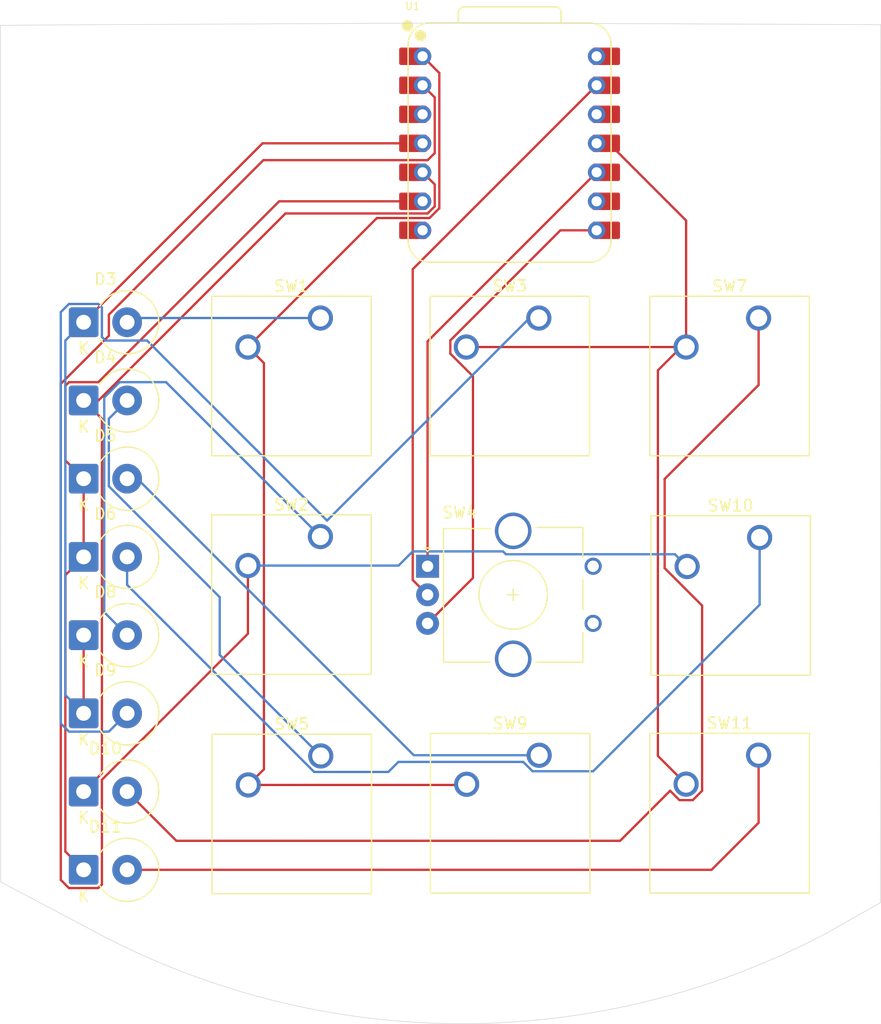
<source format=kicad_pcb>
(kicad_pcb (version 20241229) (generator "pcbnew") (generator_version "9.0")
  (layers (0 "F.Cu" signal) (2 "B.Cu" signal) (13 "F.Paste" user) (15 "B.Paste" user) (5 "F.SilkS" user "F.Silkscreen") (7 "B.SilkS" user "B.Silkscreen") (1 "F.Mask" user) (3 "B.Mask" user) (25 "Edge.Cuts" user))
  (net 0 "")
  (net 1 "row2")
  (net 2 "GND")
  (net 3 "Net-(D3-A)")
  (net 4 "+5V")
  (net 5 "row1")
  (net 6 "Net-(U1-GPIO1{slash}RX)")
  (net 7 "Net-(D4-A)")
  (net 8 "Net-(U1-GPIO4{slash}MISO)")
  (net 9 "row0")
  (net 10 "Net-(D5-A)")
  (net 11 "Net-(D6-A)")
  (net 12 "Net-(D8-A)")
  (net 13 "Net-(D9-A)")
  (net 15 "Net-(D10-A)")
  (net 17 "Net-(D11-A)")
  (net 18 "col0")
  (net 19 "col1")
  (net 20 "col2")
  (footprint "Diode_THT:D_DO-201AE_P3.81mm_Vertical_KathodeUp" (layer "F.Cu") (at 142.37 82.41)
    (property "Reference" "D8" (at 1.905 -3.77 0) (layer "F.SilkS"))
    (property "Value" "D")
    (fp_arc (start 1.43166 -1.42) (mid 6.58 0) (end 1.43166 1.42) (stroke (width 0.12)) (layer "F.SilkS"))
    (fp_text user "K" (at 0 2.3 0) (layer "F.SilkS"))
    (pad "1" thru_hole roundrect (at 0 0) (size 2.6 2.6) (drill 1.3) (layers "*.Cu" "*.Mask") (roundrect_rratio 0.096154) (net 1 "row2"))
    (pad "2" thru_hole circle (at 3.81 0) (size 2.6 2.6) (drill 1.3) (layers "*.Cu" "*.Mask") (net 12 "Net-(D8-A)"))
  )
  (footprint "Diode_THT:D_DO-201AE_P3.81mm_Vertical_KathodeUp" (layer "F.Cu") (at 142.37 61.86)
    (property "Reference" "D4" (at 1.905 -3.77 0) (layer "F.SilkS"))
    (property "Value" "D")
    (fp_arc (start 1.43166 -1.42) (mid 6.58 0) (end 1.43166 1.42) (stroke (width 0.12)) (layer "F.SilkS"))
    (fp_text user "K" (at 0 2.3 0) (layer "F.SilkS"))
    (pad "1" thru_hole roundrect (at 0 0) (size 2.6 2.6) (drill 1.3) (layers "*.Cu" "*.Mask") (roundrect_rratio 0.096154) (net 5 "row1"))
    (pad "2" thru_hole circle (at 3.81 0) (size 2.6 2.6) (drill 1.3) (layers "*.Cu" "*.Mask") (net 7 "Net-(D4-A)"))
  )
  (footprint "Button_Switch_Keyboard:SW_Cherry_MX_1.00u_PCB" (layer "F.Cu") (at 201.49 54.64)
    (property "Reference" "SW7" (at -2.54 -2.794 0) (layer "F.SilkS"))
    (property "Value" "SW_Push")
    (fp_line (start -9.525 -1.905) (end 4.445 -1.905) (stroke (width 0.12)) (layer "F.SilkS"))
    (fp_line (start -9.525 12.065) (end -9.525 -1.905) (stroke (width 0.12)) (layer "F.SilkS"))
    (fp_line (start 4.445 -1.905) (end 4.445 12.065) (stroke (width 0.12)) (layer "F.SilkS"))
    (fp_line (start 4.445 12.065) (end -9.525 12.065) (stroke (width 0.12)) (layer "F.SilkS"))
    (pad "" np_thru_hole circle (at -7.62 5.08) (size 1.7 1.7) (drill 1.7) (layers "*.Cu" "*.Mask"))
    (pad "" np_thru_hole circle (at -2.54 5.08) (size 4 4) (drill 4) (layers "*.Cu" "*.Mask"))
    (pad "" np_thru_hole circle (at 2.54 5.08) (size 1.7 1.7) (drill 1.7) (layers "*.Cu" "*.Mask"))
    (pad "1" thru_hole circle (at 0 0) (size 2.2 2.2) (drill 1.5) (layers "*.Cu" "*.Mask") (net 15 "Net-(D10-A)"))
    (pad "2" thru_hole circle (at -6.35 2.54) (size 2.2 2.2) (drill 1.5) (layers "*.Cu" "*.Mask") (net 20 "col2"))
  )
  (footprint "Seeed Studio XIAO Series Library:XIAO-RP2040-DIP" (layer "F.Cu") (at 179.68 39.34)
    (property "Reference" "U1" (at -8.5 -12 0) (layer "F.SilkS") (effects (font (size 0.635 0.635) (thickness 0.1016))))
    (property "Value" "XIAO-RP2040-DIP")
    (fp_line (start -8.89 8.509) (end -8.89 -8.636) (stroke (width 0.127)) (layer "F.SilkS"))
    (fp_line (start -6.985 10.414) (end 6.985 10.414) (stroke (width 0.127)) (layer "F.SilkS"))
    (fp_line (start -4.495 -10.541) (end -4.491272 -11.451272) (stroke (width 0.127)) (layer "F.SilkS"))
    (fp_line (start -3.991272 -11.951) (end 4.004 -11.951) (stroke (width 0.127)) (layer "F.SilkS"))
    (fp_line (start 4.504 -11.451) (end 4.504 -10.541) (stroke (width 0.127)) (layer "F.SilkS"))
    (fp_line (start 6.985 -10.541) (end -6.985 -10.541) (stroke (width 0.1)) (layer "F.SilkS"))
    (fp_line (start 6.985 -10.541) (end -6.985 -10.541) (stroke (width 0.127)) (layer "F.SilkS"))
    (fp_line (start 8.89 8.509) (end 8.89 -8.636) (stroke (width 0.127)) (layer "F.SilkS"))
    (fp_arc (start -8.89 -8.636) (mid -8.332038 -9.983038) (end -6.985 -10.541) (stroke (width 0.127)) (layer "F.SilkS"))
    (fp_arc (start -6.985 10.414) (mid -8.332038 9.856038) (end -8.89 8.509) (stroke (width 0.127)) (layer "F.SilkS"))
    (fp_arc (start -4.491272 -11.451272) (mid -4.344728 -11.80464) (end -3.991272 -11.951) (stroke (width 0.127)) (layer "F.SilkS"))
    (fp_arc (start 4.004 -11.951) (mid 4.357553 -11.804553) (end 4.504 -11.451) (stroke (width 0.127)) (layer "F.SilkS"))
    (fp_arc (start 6.985 -10.541) (mid 8.332038 -9.983038) (end 8.89 -8.636) (stroke (width 0.127)) (layer "F.SilkS"))
    (fp_arc (start 8.89 8.509) (mid 8.332038 9.856038) (end 6.985 10.414) (stroke (width 0.127)) (layer "F.SilkS"))
    (fp_circle (center -8.95 -10.3) (end -8.95 -10.554) (stroke (width 0.5)) (fill yes) (layer "F.SilkS"))
    (fp_circle (center -7.807 -9.42) (end -7.807 -9.674) (stroke (width 0.5)) (fill yes) (layer "F.SilkS"))
    (pad "1" smd roundrect (at -8.455 -7.62 180) (size 2.432 1.524) (layers "F.Cu" "F.Mask") (roundrect_rratio 0.1) (net 18 "col0"))
    (pad "1" thru_hole circle (at -7.62 -7.62 180) (size 1.524 1.524) (drill 0.889) (layers "*.Cu" "*.Mask") (net 18 "col0"))
    (pad "2" smd roundrect (at -8.455 -5.08 180) (size 2.432 1.524) (layers "F.Cu" "F.Mask") (roundrect_rratio 0.1) (net 19 "col1"))
    (pad "2" thru_hole circle (at -7.62 -5.08 180) (size 1.524 1.524) (drill 0.889) (layers "*.Cu" "*.Mask") (net 19 "col1"))
    (pad "3" smd roundrect (at -8.455 -2.54 180) (size 2.432 1.524) (layers "F.Cu" "F.Mask") (roundrect_rratio 0.1))
    (pad "3" thru_hole circle (at -7.62 -2.54 180) (size 1.524 1.524) (drill 0.889) (layers "*.Cu" "*.Mask"))
    (pad "4" smd roundrect (at -8.455 0 180) (size 2.432 1.524) (layers "F.Cu" "F.Mask") (roundrect_rratio 0.1) (net 1 "row2"))
    (pad "4" thru_hole circle (at -7.62 0 180) (size 1.524 1.524) (drill 0.889) (layers "*.Cu" "*.Mask") (net 1 "row2"))
    (pad "5" smd roundrect (at -8.455 2.54 180) (size 2.432 1.524) (layers "F.Cu" "F.Mask") (roundrect_rratio 0.1) (net 5 "row1"))
    (pad "5" thru_hole circle (at -7.62 2.54 180) (size 1.524 1.524) (drill 0.889) (layers "*.Cu" "*.Mask") (net 5 "row1"))
    (pad "6" smd roundrect (at -8.455 5.08 180) (size 2.432 1.524) (layers "F.Cu" "F.Mask") (roundrect_rratio 0.1) (net 9 "row0"))
    (pad "6" thru_hole circle (at -7.62 5.08 180) (size 1.524 1.524) (drill 0.889) (layers "*.Cu" "*.Mask") (net 9 "row0"))
    (pad "7" smd roundrect (at -8.455 7.62 180) (size 2.432 1.524) (layers "F.Cu" "F.Mask") (roundrect_rratio 0.1))
    (pad "7" thru_hole circle (at -7.62 7.62 180) (size 1.524 1.524) (drill 0.889) (layers "*.Cu" "*.Mask"))
    (pad "8" thru_hole circle (at 7.62 7.62) (size 1.524 1.524) (drill 0.889) (layers "*.Cu" "*.Mask") (net 6 "Net-(U1-GPIO1{slash}RX)"))
    (pad "8" smd roundrect (at 8.455 7.62) (size 2.432 1.524) (layers "F.Cu" "F.Mask") (roundrect_rratio 0.1) (net 6 "Net-(U1-GPIO1{slash}RX)"))
    (pad "9" thru_hole circle (at 7.62 5.08) (size 1.524 1.524) (drill 0.889) (layers "*.Cu" "*.Mask"))
    (pad "9" smd roundrect (at 8.455 5.08) (size 2.432 1.524) (layers "F.Cu" "F.Mask") (roundrect_rratio 0.1))
    (pad "10" thru_hole circle (at 7.62 2.54) (size 1.524 1.524) (drill 0.889) (layers "*.Cu" "*.Mask") (net 8 "Net-(U1-GPIO4{slash}MISO)"))
    (pad "10" smd roundrect (at 8.455 2.54) (size 2.432 1.524) (layers "F.Cu" "F.Mask") (roundrect_rratio 0.1) (net 8 "Net-(U1-GPIO4{slash}MISO)"))
    (pad "11" thru_hole circle (at 7.62 0) (size 1.524 1.524) (drill 0.889) (layers "*.Cu" "*.Mask") (net 20 "col2"))
    (pad "11" smd roundrect (at 8.455 0) (size 2.432 1.524) (layers "F.Cu" "F.Mask") (roundrect_rratio 0.1) (net 20 "col2"))
    (pad "12" thru_hole circle (at 7.62 -2.54) (size 1.524 1.524) (drill 0.889) (layers "*.Cu" "*.Mask"))
    (pad "12" smd roundrect (at 8.455 -2.54) (size 2.432 1.524) (layers "F.Cu" "F.Mask") (roundrect_rratio 0.1))
    (pad "13" thru_hole circle (at 7.62 -5.08) (size 1.524 1.524) (drill 0.889) (layers "*.Cu" "*.Mask") (net 2 "GND"))
    (pad "13" smd roundrect (at 8.455 -5.08) (size 2.432 1.524) (layers "F.Cu" "F.Mask") (roundrect_rratio 0.1) (net 2 "GND"))
    (pad "14" thru_hole circle (at 7.62 -7.62) (size 1.524 1.524) (drill 0.889) (layers "*.Cu" "*.Mask") (net 4 "+5V"))
    (pad "14" smd roundrect (at 8.455 -7.62) (size 2.432 1.524) (layers "F.Cu" "F.Mask") (roundrect_rratio 0.1) (net 4 "+5V"))
  )
  (footprint "Button_Switch_Keyboard:SW_Cherry_MX_1.00u_PCB" (layer "F.Cu") (at 163.11 73.78)
    (property "Reference" "SW2" (at -2.54 -2.794 0) (layer "F.SilkS"))
    (property "Value" "SW_Push")
    (fp_line (start -9.525 -1.905) (end 4.445 -1.905) (stroke (width 0.12)) (layer "F.SilkS"))
    (fp_line (start -9.525 12.065) (end -9.525 -1.905) (stroke (width 0.12)) (layer "F.SilkS"))
    (fp_line (start 4.445 -1.905) (end 4.445 12.065) (stroke (width 0.12)) (layer "F.SilkS"))
    (fp_line (start 4.445 12.065) (end -9.525 12.065) (stroke (width 0.12)) (layer "F.SilkS"))
    (pad "" np_thru_hole circle (at -7.62 5.08) (size 1.7 1.7) (drill 1.7) (layers "*.Cu" "*.Mask"))
    (pad "" np_thru_hole circle (at -2.54 5.08) (size 4 4) (drill 4) (layers "*.Cu" "*.Mask"))
    (pad "" np_thru_hole circle (at 2.54 5.08) (size 1.7 1.7) (drill 1.7) (layers "*.Cu" "*.Mask"))
    (pad "1" thru_hole circle (at 0 0) (size 2.2 2.2) (drill 1.5) (layers "*.Cu" "*.Mask") (net 12 "Net-(D8-A)"))
    (pad "2" thru_hole circle (at -6.35 2.54) (size 2.2 2.2) (drill 1.5) (layers "*.Cu" "*.Mask") (net 19 "col1"))
  )
  (footprint "Diode_THT:D_DO-201AE_P3.81mm_Vertical_KathodeUp" (layer "F.Cu") (at 142.37 102.96)
    (property "Reference" "D11" (at 1.905 -3.77 0) (layer "F.SilkS"))
    (property "Value" "D")
    (fp_arc (start 1.43166 -1.42) (mid 6.58 0) (end 1.43166 1.42) (stroke (width 0.12)) (layer "F.SilkS"))
    (fp_text user "K" (at 0 2.3 0) (layer "F.SilkS"))
    (pad "1" thru_hole roundrect (at 0 0) (size 2.6 2.6) (drill 1.3) (layers "*.Cu" "*.Mask") (roundrect_rratio 0.096154) (net 9 "row0"))
    (pad "2" thru_hole circle (at 3.81 0) (size 2.6 2.6) (drill 1.3) (layers "*.Cu" "*.Mask") (net 17 "Net-(D11-A)"))
  )
  (footprint "Button_Switch_Keyboard:SW_Cherry_MX_1.00u_PCB" (layer "F.Cu") (at 201.58 73.86)
    (property "Reference" "SW10" (at -2.54 -2.794 0) (layer "F.SilkS"))
    (property "Value" "SW_Push")
    (fp_line (start -9.525 -1.905) (end 4.445 -1.905) (stroke (width 0.12)) (layer "F.SilkS"))
    (fp_line (start -9.525 12.065) (end -9.525 -1.905) (stroke (width 0.12)) (layer "F.SilkS"))
    (fp_line (start 4.445 -1.905) (end 4.445 12.065) (stroke (width 0.12)) (layer "F.SilkS"))
    (fp_line (start 4.445 12.065) (end -9.525 12.065) (stroke (width 0.12)) (layer "F.SilkS"))
    (pad "" np_thru_hole circle (at -7.62 5.08) (size 1.7 1.7) (drill 1.7) (layers "*.Cu" "*.Mask"))
    (pad "" np_thru_hole circle (at -2.54 5.08) (size 4 4) (drill 4) (layers "*.Cu" "*.Mask"))
    (pad "" np_thru_hole circle (at 2.54 5.08) (size 1.7 1.7) (drill 1.7) (layers "*.Cu" "*.Mask"))
    (pad "1" thru_hole circle (at 0 0) (size 2.2 2.2) (drill 1.5) (layers "*.Cu" "*.Mask") (net 11 "Net-(D6-A)"))
    (pad "2" thru_hole circle (at -6.35 2.54) (size 2.2 2.2) (drill 1.5) (layers "*.Cu" "*.Mask") (net 19 "col1"))
  )
  (footprint "Diode_THT:D_DO-201AE_P3.81mm_Vertical_KathodeUp" (layer "F.Cu") (at 142.37 75.56)
    (property "Reference" "D6" (at 1.905 -3.77 0) (layer "F.SilkS"))
    (property "Value" "D")
    (fp_arc (start 1.43166 -1.42) (mid 6.58 0) (end 1.43166 1.42) (stroke (width 0.12)) (layer "F.SilkS"))
    (fp_text user "K" (at 0 2.3 0) (layer "F.SilkS"))
    (pad "1" thru_hole roundrect (at 0 0) (size 2.6 2.6) (drill 1.3) (layers "*.Cu" "*.Mask") (roundrect_rratio 0.096154) (net 9 "row0"))
    (pad "2" thru_hole circle (at 3.81 0) (size 2.6 2.6) (drill 1.3) (layers "*.Cu" "*.Mask") (net 11 "Net-(D6-A)"))
  )
  (footprint "Diode_THT:D_DO-201AE_P3.81mm_Vertical_KathodeUp" (layer "F.Cu") (at 142.37 68.71)
    (property "Reference" "D5" (at 1.905 -3.77 0) (layer "F.SilkS"))
    (property "Value" "D")
    (fp_arc (start 1.43166 -1.42) (mid 6.58 0) (end 1.43166 1.42) (stroke (width 0.12)) (layer "F.SilkS"))
    (fp_text user "K" (at 0 2.3 0) (layer "F.SilkS"))
    (pad "1" thru_hole roundrect (at 0 0) (size 2.6 2.6) (drill 1.3) (layers "*.Cu" "*.Mask") (roundrect_rratio 0.096154) (net 9 "row0"))
    (pad "2" thru_hole circle (at 3.81 0) (size 2.6 2.6) (drill 1.3) (layers "*.Cu" "*.Mask") (net 10 "Net-(D5-A)"))
  )
  (footprint "Diode_THT:D_DO-201AE_P3.81mm_Vertical_KathodeUp" (layer "F.Cu") (at 142.37 55.01)
    (property "Reference" "D3" (at 1.905 -3.77 0) (layer "F.SilkS"))
    (property "Value" "D")
    (fp_arc (start 1.43166 -1.42) (mid 6.58 0) (end 1.43166 1.42) (stroke (width 0.12)) (layer "F.SilkS"))
    (fp_text user "K" (at 0 2.3 0) (layer "F.SilkS"))
    (pad "1" thru_hole roundrect (at 0 0) (size 2.6 2.6) (drill 1.3) (layers "*.Cu" "*.Mask") (roundrect_rratio 0.096154) (net 1 "row2"))
    (pad "2" thru_hole circle (at 3.81 0) (size 2.6 2.6) (drill 1.3) (layers "*.Cu" "*.Mask") (net 3 "Net-(D3-A)"))
  )
  (footprint "Diode_THT:D_DO-201AE_P3.81mm_Vertical_KathodeUp" (layer "F.Cu") (at 142.37 89.26)
    (property "Reference" "D9" (at 1.905 -3.77 0) (layer "F.SilkS"))
    (property "Value" "D")
    (fp_arc (start 1.43166 -1.42) (mid 6.58 0) (end 1.43166 1.42) (stroke (width 0.12)) (layer "F.SilkS"))
    (fp_text user "K" (at 0 2.3 0) (layer "F.SilkS"))
    (pad "1" thru_hole roundrect (at 0 0) (size 2.6 2.6) (drill 1.3) (layers "*.Cu" "*.Mask") (roundrect_rratio 0.096154) (net 1 "row2"))
    (pad "2" thru_hole circle (at 3.81 0) (size 2.6 2.6) (drill 1.3) (layers "*.Cu" "*.Mask") (net 13 "Net-(D9-A)"))
  )
  (footprint "Button_Switch_Keyboard:SW_Cherry_MX_1.00u_PCB" (layer "F.Cu") (at 163.14 92.99)
    (property "Reference" "SW5" (at -2.54 -2.794 0) (layer "F.SilkS"))
    (property "Value" "SW_Push")
    (fp_line (start -9.525 -1.905) (end 4.445 -1.905) (stroke (width 0.12)) (layer "F.SilkS"))
    (fp_line (start -9.525 12.065) (end -9.525 -1.905) (stroke (width 0.12)) (layer "F.SilkS"))
    (fp_line (start 4.445 -1.905) (end 4.445 12.065) (stroke (width 0.12)) (layer "F.SilkS"))
    (fp_line (start 4.445 12.065) (end -9.525 12.065) (stroke (width 0.12)) (layer "F.SilkS"))
    (pad "" np_thru_hole circle (at -7.62 5.08) (size 1.7 1.7) (drill 1.7) (layers "*.Cu" "*.Mask"))
    (pad "" np_thru_hole circle (at -2.54 5.08) (size 4 4) (drill 4) (layers "*.Cu" "*.Mask"))
    (pad "" np_thru_hole circle (at 2.54 5.08) (size 1.7 1.7) (drill 1.7) (layers "*.Cu" "*.Mask"))
    (pad "1" thru_hole circle (at 0 0) (size 2.2 2.2) (drill 1.5) (layers "*.Cu" "*.Mask") (net 7 "Net-(D4-A)"))
    (pad "2" thru_hole circle (at -6.35 2.54) (size 2.2 2.2) (drill 1.5) (layers "*.Cu" "*.Mask") (net 18 "col0"))
  )
  (footprint "Diode_THT:D_DO-201AE_P3.81mm_Vertical_KathodeUp" (layer "F.Cu") (at 142.37 96.11)
    (property "Reference" "D10" (at 1.905 -3.77 0) (layer "F.SilkS"))
    (property "Value" "D")
    (fp_arc (start 1.43166 -1.42) (mid 6.58 0) (end 1.43166 1.42) (stroke (width 0.12)) (layer "F.SilkS"))
    (fp_text user "K" (at 0 2.3 0) (layer "F.SilkS"))
    (pad "1" thru_hole roundrect (at 0 0) (size 2.6 2.6) (drill 1.3) (layers "*.Cu" "*.Mask") (roundrect_rratio 0.096154) (net 5 "row1"))
    (pad "2" thru_hole circle (at 3.81 0) (size 2.6 2.6) (drill 1.3) (layers "*.Cu" "*.Mask") (net 15 "Net-(D10-A)"))
  )
  (footprint "Button_Switch_Keyboard:SW_Cherry_MX_1.00u_PCB" (layer "F.Cu") (at 163.11 54.64)
    (property "Reference" "SW1" (at -2.54 -2.794 0) (layer "F.SilkS"))
    (property "Value" "SW_Push")
    (fp_line (start -9.525 -1.905) (end 4.445 -1.905) (stroke (width 0.12)) (layer "F.SilkS"))
    (fp_line (start -9.525 12.065) (end -9.525 -1.905) (stroke (width 0.12)) (layer "F.SilkS"))
    (fp_line (start 4.445 -1.905) (end 4.445 12.065) (stroke (width 0.12)) (layer "F.SilkS"))
    (fp_line (start 4.445 12.065) (end -9.525 12.065) (stroke (width 0.12)) (layer "F.SilkS"))
    (pad "" np_thru_hole circle (at -7.62 5.08) (size 1.7 1.7) (drill 1.7) (layers "*.Cu" "*.Mask"))
    (pad "" np_thru_hole circle (at -2.54 5.08) (size 4 4) (drill 4) (layers "*.Cu" "*.Mask"))
    (pad "" np_thru_hole circle (at 2.54 5.08) (size 1.7 1.7) (drill 1.7) (layers "*.Cu" "*.Mask"))
    (pad "1" thru_hole circle (at 0 0) (size 2.2 2.2) (drill 1.5) (layers "*.Cu" "*.Mask") (net 3 "Net-(D3-A)"))
    (pad "2" thru_hole circle (at -6.35 2.54) (size 2.2 2.2) (drill 1.5) (layers "*.Cu" "*.Mask") (net 18 "col0"))
  )
  (footprint "Button_Switch_Keyboard:SW_Cherry_MX_1.00u_PCB" (layer "F.Cu") (at 182.27 92.93)
    (property "Reference" "SW9" (at -2.54 -2.794 0) (layer "F.SilkS"))
    (property "Value" "SW_Push")
    (fp_line (start -9.525 -1.905) (end 4.445 -1.905) (stroke (width 0.12)) (layer "F.SilkS"))
    (fp_line (start -9.525 12.065) (end -9.525 -1.905) (stroke (width 0.12)) (layer "F.SilkS"))
    (fp_line (start 4.445 -1.905) (end 4.445 12.065) (stroke (width 0.12)) (layer "F.SilkS"))
    (fp_line (start 4.445 12.065) (end -9.525 12.065) (stroke (width 0.12)) (layer "F.SilkS"))
    (pad "" np_thru_hole circle (at -7.62 5.08) (size 1.7 1.7) (drill 1.7) (layers "*.Cu" "*.Mask"))
    (pad "" np_thru_hole circle (at -2.54 5.08) (size 4 4) (drill 4) (layers "*.Cu" "*.Mask"))
    (pad "" np_thru_hole circle (at 2.54 5.08) (size 1.7 1.7) (drill 1.7) (layers "*.Cu" "*.Mask"))
    (pad "1" thru_hole circle (at 0 0) (size 2.2 2.2) (drill 1.5) (layers "*.Cu" "*.Mask") (net 10 "Net-(D5-A)"))
    (pad "2" thru_hole circle (at -6.35 2.54) (size 2.2 2.2) (drill 1.5) (layers "*.Cu" "*.Mask") (net 18 "col0"))
  )
  (footprint "Button_Switch_Keyboard:SW_Cherry_MX_1.00u_PCB" (layer "F.Cu") (at 201.49 92.92)
    (property "Reference" "SW11" (at -2.54 -2.794 0) (layer "F.SilkS"))
    (property "Value" "SW_Push")
    (fp_line (start -9.525 -1.905) (end 4.445 -1.905) (stroke (width 0.12)) (layer "F.SilkS"))
    (fp_line (start -9.525 12.065) (end -9.525 -1.905) (stroke (width 0.12)) (layer "F.SilkS"))
    (fp_line (start 4.445 -1.905) (end 4.445 12.065) (stroke (width 0.12)) (layer "F.SilkS"))
    (fp_line (start 4.445 12.065) (end -9.525 12.065) (stroke (width 0.12)) (layer "F.SilkS"))
    (pad "" np_thru_hole circle (at -7.62 5.08) (size 1.7 1.7) (drill 1.7) (layers "*.Cu" "*.Mask"))
    (pad "" np_thru_hole circle (at -2.54 5.08) (size 4 4) (drill 4) (layers "*.Cu" "*.Mask"))
    (pad "" np_thru_hole circle (at 2.54 5.08) (size 1.7 1.7) (drill 1.7) (layers "*.Cu" "*.Mask"))
    (pad "1" thru_hole circle (at 0 0) (size 2.2 2.2) (drill 1.5) (layers "*.Cu" "*.Mask") (net 17 "Net-(D11-A)"))
    (pad "2" thru_hole circle (at -6.35 2.54) (size 2.2 2.2) (drill 1.5) (layers "*.Cu" "*.Mask") (net 20 "col2"))
  )
  (footprint "Button_Switch_Keyboard:SW_Cherry_MX_1.00u_PCB" (layer "F.Cu") (at 182.24 54.64)
    (property "Reference" "SW3" (at -2.54 -2.794 0) (layer "F.SilkS"))
    (property "Value" "SW_Push")
    (fp_line (start -9.525 -1.905) (end 4.445 -1.905) (stroke (width 0.12)) (layer "F.SilkS"))
    (fp_line (start -9.525 12.065) (end -9.525 -1.905) (stroke (width 0.12)) (layer "F.SilkS"))
    (fp_line (start 4.445 -1.905) (end 4.445 12.065) (stroke (width 0.12)) (layer "F.SilkS"))
    (fp_line (start 4.445 12.065) (end -9.525 12.065) (stroke (width 0.12)) (layer "F.SilkS"))
    (pad "" np_thru_hole circle (at -7.62 5.08) (size 1.7 1.7) (drill 1.7) (layers "*.Cu" "*.Mask"))
    (pad "" np_thru_hole circle (at -2.54 5.08) (size 4 4) (drill 4) (layers "*.Cu" "*.Mask"))
    (pad "" np_thru_hole circle (at 2.54 5.08) (size 1.7 1.7) (drill 1.7) (layers "*.Cu" "*.Mask"))
    (pad "1" thru_hole circle (at 0 0) (size 2.2 2.2) (drill 1.5) (layers "*.Cu" "*.Mask") (net 13 "Net-(D9-A)"))
    (pad "2" thru_hole circle (at -6.35 2.54) (size 2.2 2.2) (drill 1.5) (layers "*.Cu" "*.Mask") (net 20 "col2"))
  )
  (footprint "Rotary_Encoder:RotaryEncoder_Alps_EC11E_Vertical_H20mm_CircularMountingHoles" (layer "F.Cu") (at 172.495 76.38)
    (property "Reference" "SW4" (at 2.8 -4.7 0) (layer "F.SilkS"))
    (property "Value" "RotaryEncoder")
    (fp_line (start -0.3 -1.6) (end 0.3 -1.6) (stroke (width 0.12)) (layer "F.SilkS"))
    (fp_line (start 0 -1.3) (end -0.3 -1.6) (stroke (width 0.12)) (layer "F.SilkS"))
    (fp_line (start 0.3 -1.6) (end 0 -1.3) (stroke (width 0.12)) (layer "F.SilkS"))
    (fp_line (start 1.4 -3.3) (end 1.4 8.4) (stroke (width 0.12)) (layer "F.SilkS"))
    (fp_line (start 5.5 -3.3) (end 1.4 -3.3) (stroke (width 0.12)) (layer "F.SilkS"))
    (fp_line (start 5.5 8.4) (end 1.4 8.4) (stroke (width 0.12)) (layer "F.SilkS"))
    (fp_line (start 7 2.5) (end 8 2.5) (stroke (width 0.12)) (layer "F.SilkS"))
    (fp_line (start 7.5 2) (end 7.5 3) (stroke (width 0.12)) (layer "F.SilkS"))
    (fp_line (start 9.5 -3.4) (end 13.6 -3.4) (stroke (width 0.12)) (layer "F.SilkS"))
    (fp_line (start 13.6 -3.4) (end 13.6 -0.8) (stroke (width 0.12)) (layer "F.SilkS"))
    (fp_line (start 13.6 1.2) (end 13.6 3.8) (stroke (width 0.12)) (layer "F.SilkS"))
    (fp_line (start 13.6 5.8) (end 13.6 8.4) (stroke (width 0.12)) (layer "F.SilkS"))
    (fp_line (start 13.6 8.4) (end 9.5 8.4) (stroke (width 0.12)) (layer "F.SilkS"))
    (fp_circle (center 7.5 2.5) (end 10.5 2.5) (stroke (width 0.12)) (fill no) (layer "F.SilkS"))
    (pad "" thru_hole circle (at 14.5 0) (size 1.5 1.5) (drill 1) (layers "*.Cu" "*.Mask"))
    (pad "" thru_hole circle (at 14.5 5) (size 1.5 1.5) (drill 1) (layers "*.Cu" "*.Mask"))
    (pad "A" thru_hole rect (at 0 0) (size 2 2) (drill 1) (layers "*.Cu" "*.Mask") (net 8 "Net-(U1-GPIO4{slash}MISO)"))
    (pad "B" thru_hole circle (at 0 5) (size 2 2) (drill 1) (layers "*.Cu" "*.Mask") (net 6 "Net-(U1-GPIO1{slash}RX)"))
    (pad "C" thru_hole circle (at 0 2.5) (size 2 2) (drill 1) (layers "*.Cu" "*.Mask") (net 2 "GND"))
    (pad "MP" thru_hole circle (at 7.5 -3.1) (size 3.2 3.2) (drill 2.6) (layers "*.Cu" "*.Mask"))
    (pad "MP" thru_hole circle (at 7.5 8.1) (size 3.2 3.2) (drill 2.6) (layers "*.Cu" "*.Mask"))
  )
  (gr_line (start 207.42 108.52) (end 212.16 105.84) (stroke (width 0.05)) (layer "Edge.Cuts"))
  (gr_arc (start 207.42 108.52) (mid 175.987087 116.431763) (end 144.446704 108.959932) (stroke (width 0.05)) (layer "Edge.Cuts"))
  (gr_line (start 135.07 29.01) (end 135.11 104.03) (stroke (width 0.05)) (layer "Edge.Cuts"))
  (gr_line (start 139.96 28.97) (end 135.07 29.01) (stroke (width 0.05)) (layer "Edge.Cuts"))
  (gr_line (start 212.16 105.84) (end 212.19 28.95) (stroke (width 0.05)) (layer "Edge.Cuts"))
  (gr_line (start 174.8 28.799) (end 139.96 28.97) (stroke (width 0.05)) (layer "Edge.Cuts"))
  (gr_line (start 135.11 104.03) (end 144.446704 108.959932) (stroke (width 0.05)) (layer "Edge.Cuts"))
  (gr_line (start 212.19 28.95) (end 174.8 28.799) (stroke (width 0.05)) (layer "Edge.Cuts"))
  (segment (start 142.37 89.26) (end 142.37 82.41) (width 0.2) (layer "F.Cu") (net 1))
  (segment (start 172.06 39.34) (end 158.04 39.34) (width 0.2) (layer "F.Cu") (net 1))
  (segment (start 158.04 39.34) (end 142.37 55.01) (width 0.2) (layer "F.Cu") (net 1))
  (segment (start 140.769 87.659) (end 142.37 89.26) (width 0.2) (layer "B.Cu") (net 1))
  (segment (start 140.769 56.611) (end 140.769 87.659) (width 0.2) (layer "B.Cu") (net 1))
  (segment (start 142.37 55.01) (end 140.769 56.611) (width 0.2) (layer "B.Cu") (net 1))
  (segment (start 172.495 78.88) (end 171.194 77.579) (width 0.2) (layer "F.Cu") (net 2))
  (segment (start 171.194 50.366) (end 187.3 34.26) (width 0.2) (layer "F.Cu") (net 2))
  (segment (start 171.194 77.579) (end 171.194 50.366) (width 0.2) (layer "F.Cu") (net 2))
  (segment (start 146.55 54.64) (end 146.18 55.01) (width 0.2) (layer "B.Cu") (net 3))
  (segment (start 163.11 54.64) (end 146.55 54.64) (width 0.2) (layer "B.Cu") (net 3))
  (segment (start 142.37 96.11) (end 143.971 94.509) (width 0.2) (layer "F.Cu") (net 5))
  (segment (start 173.123 44.86031) (end 172.50031 45.483) (width 0.2) (layer "F.Cu") (net 5))
  (segment (start 172.06 41.88) (end 173.123 42.943) (width 0.2) (layer "F.Cu") (net 5))
  (segment (start 143.971 63.461) (end 142.37 61.86) (width 0.2) (layer "F.Cu") (net 5))
  (segment (start 173.123 42.943) (end 173.123 44.86031) (width 0.2) (layer "F.Cu") (net 5))
  (segment (start 160.047 45.483) (end 143.67 61.86) (width 0.2) (layer "F.Cu") (net 5))
  (segment (start 172.50031 45.483) (end 160.047 45.483) (width 0.2) (layer "F.Cu") (net 5))
  (segment (start 143.971 94.509) (end 143.971 63.461) (width 0.2) (layer "F.Cu") (net 5))
  (segment (start 143.67 61.86) (end 142.37 61.86) (width 0.2) (layer "F.Cu") (net 5))
  (segment (start 174.489 57.760314) (end 174.489 56.599686) (width 0.2) (layer "F.Cu") (net 6))
  (segment (start 174.489 56.599686) (end 184.128686 46.96) (width 0.2) (layer "F.Cu") (net 6))
  (segment (start 176.470314 59.741628) (end 174.489 57.760314) (width 0.2) (layer "F.Cu") (net 6))
  (segment (start 172.495 81.38) (end 176.470314 77.404686) (width 0.2) (layer "F.Cu") (net 6))
  (segment (start 184.128686 46.96) (end 187.3 46.96) (width 0.2) (layer "F.Cu") (net 6))
  (segment (start 176.470314 77.404686) (end 176.470314 59.741628) (width 0.2) (layer "F.Cu") (net 6))
  (segment (start 154.289 84.139) (end 154.289 79.083156) (width 0.2) (layer "B.Cu") (net 7))
  (segment (start 163.14 92.99) (end 154.289 84.139) (width 0.2) (layer "B.Cu") (net 7))
  (segment (start 154.289 79.083156) (end 144.579 69.373156) (width 0.2) (layer "B.Cu") (net 7))
  (segment (start 144.579 69.373156) (end 144.579 63.461) (width 0.2) (layer "B.Cu") (net 7))
  (segment (start 144.579 63.461) (end 146.18 61.86) (width 0.2) (layer "B.Cu") (net 7))
  (segment (start 172.495 76.38) (end 172.495 56.685) (width 0.2) (layer "F.Cu") (net 8))
  (segment (start 172.495 56.685) (end 187.3 41.88) (width 0.2) (layer "F.Cu") (net 8))
  (segment (start 159.49416 44.42) (end 143.65516 60.259) (width 0.2) (layer "F.Cu") (net 9))
  (segment (start 141.08484 60.259) (end 140.769 60.57484) (width 0.2) (layer "F.Cu") (net 9))
  (segment (start 140.769 67.109) (end 142.37 68.71) (width 0.2) (layer "F.Cu") (net 9))
  (segment (start 140.769 60.57484) (end 140.769 67.109) (width 0.2) (layer "F.Cu") (net 9))
  (segment (start 142.37 102.96) (end 140.769 101.359) (width 0.2) (layer "F.Cu") (net 9))
  (segment (start 140.769 77.161) (end 142.37 75.56) (width 0.2) (layer "F.Cu") (net 9))
  (segment (start 140.769 101.359) (end 140.769 77.161) (width 0.2) (layer "F.Cu") (net 9))
  (segment (start 172.06 44.42) (end 159.49416 44.42) (width 0.2) (layer "F.Cu") (net 9))
  (segment (start 142.37 68.71) (end 142.37 75.56) (width 0.2) (layer "F.Cu") (net 9))
  (segment (start 143.65516 60.259) (end 141.08484 60.259) (width 0.2) (layer "F.Cu") (net 9))
  (segment (start 171.29 92.93) (end 147.07 68.71) (width 0.2) (layer "B.Cu") (net 10))
  (segment (start 147.07 68.71) (end 146.18 68.71) (width 0.2) (layer "B.Cu") (net 10))
  (segment (start 182.27 92.93) (end 171.29 92.93) (width 0.2) (layer "B.Cu") (net 10))
  (segment (start 169.94 93.510314) (end 180.869 93.510314) (width 0.2) (layer "B.Cu") (net 11))
  (segment (start 146.18 75.56) (end 146.18 78.011314) (width 0.2) (layer "B.Cu") (net 11))
  (segment (start 181.689686 94.331) (end 186.999 94.331) (width 0.2) (layer "B.Cu") (net 11))
  (segment (start 169.059314 94.391) (end 169.94 93.510314) (width 0.2) (layer "B.Cu") (net 11))
  (segment (start 201.58 79.75) (end 201.58 73.86) (width 0.2) (layer "B.Cu") (net 11))
  (segment (start 180.869 93.510314) (end 181.689686 94.331) (width 0.2) (layer "B.Cu") (net 11))
  (segment (start 186.999 94.331) (end 201.58 79.75) (width 0.2) (layer "B.Cu") (net 11))
  (segment (start 162.559686 94.391) (end 169.059314 94.391) (width 0.2) (layer "B.Cu") (net 11))
  (segment (start 146.18 78.011314) (end 162.559686 94.391) (width 0.2) (layer "B.Cu") (net 11))
  (segment (start 144.178 61.597844) (end 145.516844 60.259) (width 0.2) (layer "B.Cu") (net 12))
  (segment (start 146.18 82.41) (end 144.178 80.408) (width 0.2) (layer "B.Cu") (net 12))
  (segment (start 149.589 60.259) (end 163.11 73.78) (width 0.2) (layer "B.Cu") (net 12))
  (segment (start 145.516844 60.259) (end 149.589 60.259) (width 0.2) (layer "B.Cu") (net 12))
  (segment (start 144.178 80.408) (end 144.178 61.597844) (width 0.2) (layer "B.Cu") (net 12))
  (segment (start 141.08484 90.861) (end 144.579 90.861) (width 0.2) (layer "B.Cu") (net 13))
  (segment (start 141.08484 53.409) (end 140.368 54.12584) (width 0.2) (layer "B.Cu") (net 13))
  (segment (start 147.922314 56.611) (end 144.28684 56.611) (width 0.2) (layer "B.Cu") (net 13))
  (segment (start 143.971 56.29516) (end 143.971 53.72484) (width 0.2) (layer "B.Cu") (net 13))
  (segment (start 163.690314 72.379) (end 147.922314 56.611) (width 0.2) (layer "B.Cu") (net 13))
  (segment (start 144.579 90.861) (end 146.18 89.26) (width 0.2) (layer "B.Cu") (net 13))
  (segment (start 144.28684 56.611) (end 143.971 56.29516) (width 0.2) (layer "B.Cu") (net 13))
  (segment (start 140.368 90.14416) (end 141.08484 90.861) (width 0.2) (layer "B.Cu") (net 13))
  (segment (start 140.368 54.12584) (end 140.368 90.14416) (width 0.2) (layer "B.Cu") (net 13))
  (segment (start 182.24 54.64) (end 181.429314 54.64) (width 0.2) (layer "B.Cu") (net 13))
  (segment (start 143.971 53.72484) (end 143.65516 53.409) (width 0.2) (layer "B.Cu") (net 13))
  (segment (start 181.429314 54.64) (end 163.690314 72.379) (width 0.2) (layer "B.Cu") (net 13))
  (segment (start 143.65516 53.409) (end 141.08484 53.409) (width 0.2) (layer "B.Cu") (net 13))
  (segment (start 195.720314 96.861) (end 196.541 96.040314) (width 0.2) (layer "F.Cu") (net 15))
  (segment (start 201.49 60.504816) (end 201.49 54.64) (width 0.2) (layer "F.Cu") (net 15))
  (segment (start 196.541 96.040314) (end 196.541 79.82253) (width 0.2) (layer "F.Cu") (net 15))
  (segment (start 193.26 68.734816) (end 201.49 60.504816) (width 0.2) (layer "F.Cu") (net 15))
  (segment (start 196.541 79.82253) (end 193.26 76.54153) (width 0.2) (layer "F.Cu") (net 15))
  (segment (start 150.491 100.421) (end 189.358314 100.421) (width 0.2) (layer "F.Cu") (net 15))
  (segment (start 193.26 76.54153) (end 193.26 68.734816) (width 0.2) (layer "F.Cu") (net 15))
  (segment (start 194.559686 96.861) (end 195.720314 96.861) (width 0.2) (layer "F.Cu") (net 15))
  (segment (start 193.739 96.040314) (end 194.559686 96.861) (width 0.2) (layer "F.Cu") (net 15))
  (segment (start 146.18 96.11) (end 150.491 100.421) (width 0.2) (layer "F.Cu") (net 15))
  (segment (start 189.358314 100.421) (end 193.739 96.040314) (width 0.2) (layer "F.Cu") (net 15))
  (segment (start 197.37153 102.96) (end 201.49 98.84153) (width 0.2) (layer "F.Cu") (net 17))
  (segment (start 201.49 98.84153) (end 201.49 92.92) (width 0.2) (layer "F.Cu") (net 17))
  (segment (start 146.18 102.96) (end 197.37153 102.96) (width 0.2) (layer "F.Cu") (net 17))
  (segment (start 175.86 95.53) (end 175.92 95.47) (width 0.2) (layer "F.Cu") (net 18))
  (segment (start 173.524 33.184) (end 173.524 45.02641) (width 0.2) (layer "F.Cu") (net 18))
  (segment (start 158.161 94.159) (end 156.79 95.53) (width 0.2) (layer "F.Cu") (net 18))
  (segment (start 168.056 45.884) (end 156.76 57.18) (width 0.2) (layer "F.Cu") (net 18))
  (segment (start 172.06 31.72) (end 173.524 33.184) (width 0.2) (layer "F.Cu") (net 18))
  (segment (start 173.524 45.02641) (end 172.66641 45.884) (width 0.2) (layer "F.Cu") (net 18))
  (segment (start 172.66641 45.884) (end 168.056 45.884) (width 0.2) (layer "F.Cu") (net 18))
  (segment (start 156.76 57.18) (end 158.161 58.581) (width 0.2) (layer "F.Cu") (net 18))
  (segment (start 158.161 58.581) (end 158.161 94.159) (width 0.2) (layer "F.Cu") (net 18))
  (segment (start 156.79 95.53) (end 175.86 95.53) (width 0.2) (layer "F.Cu") (net 18))
  (segment (start 156.76 82.2871) (end 156.76 76.32) (width 0.2) (layer "F.Cu") (net 19))
  (segment (start 144.579 56.19774) (end 140.368 60.40874) (width 0.2) (layer "F.Cu") (net 19))
  (segment (start 143.971 104.24516) (end 143.971 95.0761) (width 0.2) (layer "F.Cu") (net 19))
  (segment (start 144.579 54.346844) (end 144.579 56.19774) (width 0.2) (layer "F.Cu") (net 19))
  (segment (start 158.108844 40.817) (end 144.579 54.346844) (width 0.2) (layer "F.Cu") (net 19))
  (segment (start 172.50031 40.817) (end 158.108844 40.817) (width 0.2) (layer "F.Cu") (net 19))
  (segment (start 140.368 103.84416) (end 141.08484 104.561) (width 0.2) (layer "F.Cu") (net 19))
  (segment (start 140.368 60.40874) (end 140.368 103.84416) (width 0.2) (layer "F.Cu") (net 19))
  (segment (start 173.123 35.323) (end 173.123 40.19431) (width 0.2) (layer "F.Cu") (net 19))
  (segment (start 143.65516 104.561) (end 143.971 104.24516) (width 0.2) (layer "F.Cu") (net 19))
  (segment (start 141.08484 104.561) (end 143.65516 104.561) (width 0.2) (layer "F.Cu") (net 19))
  (segment (start 173.123 40.19431) (end 172.50031 40.817) (width 0.2) (layer "F.Cu") (net 19))
  (segment (start 143.971 95.0761) (end 156.76 82.2871) (width 0.2) (layer "F.Cu") (net 19))
  (segment (start 172.06 34.26) (end 173.123 35.323) (width 0.2) (layer "F.Cu") (net 19))
  (segment (start 169.953 76.32) (end 171.194 75.079) (width 0.2) (layer "B.Cu") (net 19))
  (segment (start 194.159 75.329) (end 195.23 76.4) (width 0.2) (layer "B.Cu") (net 19))
  (segment (start 179.35558 75.329) (end 194.159 75.329) (width 0.2) (layer "B.Cu") (net 19))
  (segment (start 171.194 75.079) (end 179.10558 75.079) (width 0.2) (layer "B.Cu") (net 19))
  (segment (start 179.10558 75.079) (end 179.35558 75.329) (width 0.2) (layer "B.Cu") (net 19))
  (segment (start 156.76 76.32) (end 169.953 76.32) (width 0.2) (layer "B.Cu") (net 19))
  (segment (start 194.71153 57.18) (end 195.14 57.18) (width 0.2) (layer "F.Cu") (net 20))
  (segment (start 195.14 57.18) (end 195.14 46.10237) (width 0.2) (layer "F.Cu") (net 20))
  (segment (start 195.14 57.18) (end 175.89 57.18) (width 0.2) (layer "F.Cu") (net 20))
  (segment (start 192.669 92.989) (end 192.669 59.22253) (width 0.2) (layer "F.Cu") (net 20))
  (segment (start 195.14 46.10237) (end 188.37763 39.34) (width 0.2) (layer "F.Cu") (net 20))
  (segment (start 195.14 95.46) (end 192.669 92.989) (width 0.2) (layer "F.Cu") (net 20))
  (segment (start 188.37763 39.34) (end 187.3 39.34) (width 0.2) (layer "F.Cu") (net 20))
  (segment (start 192.669 59.22253) (end 194.71153 57.18) (width 0.2) (layer "F.Cu") (net 20))
)
</source>
